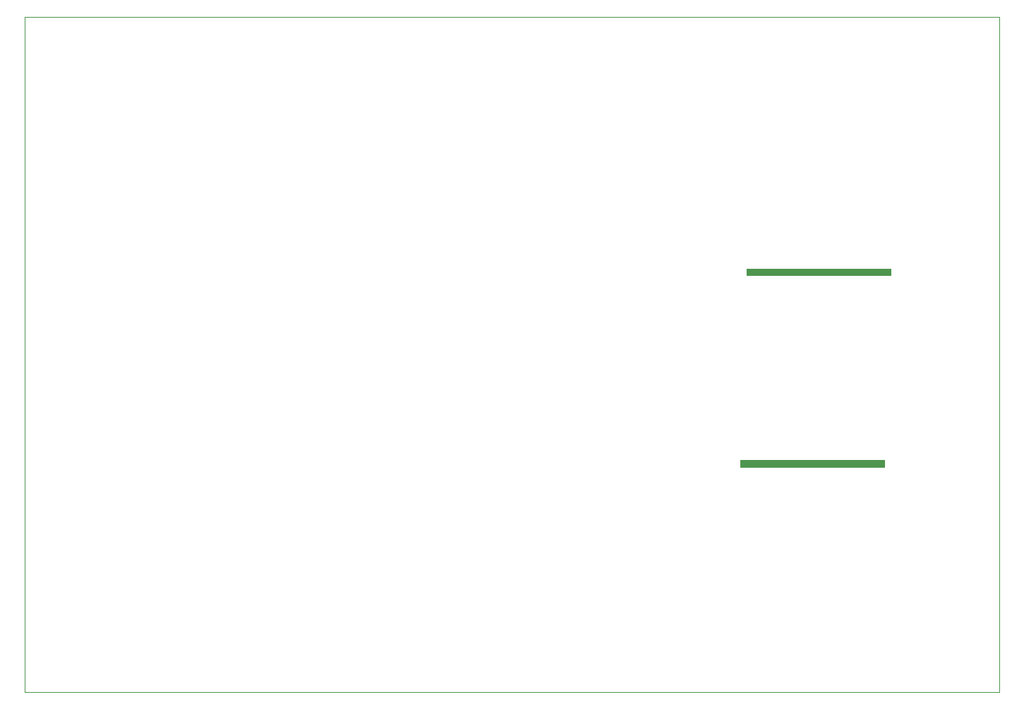
<source format=gbr>
%FSTAX23Y23*%
%MOIN*%
%SFA1B1*%

%IPPOS*%
%ADD125C,0.001000*%
%LNpcb_profile-1*%
%LPD*%
G36*
X0577Y0255D02*
X06455D01*
Y02515*
X0577*
Y0255*
G37*
G36*
X06485Y03455D02*
X058D01*
Y0342*
X06485*
Y03455*
G37*
G54D125*
X0239Y01455D02*
X06995D01*
Y04645*
X0239*
Y01455*
M02*
</source>
